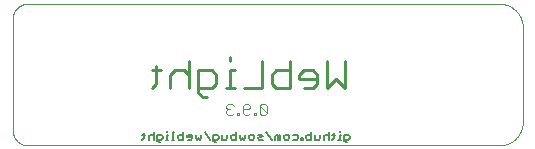
<source format=gbo>
G75*
%MOIN*%
%OFA0B0*%
%FSLAX25Y25*%
%IPPOS*%
%LPD*%
%AMOC8*
5,1,8,0,0,1.08239X$1,22.5*
%
%ADD10C,0.00000*%
%ADD11C,0.01000*%
%ADD12C,0.00600*%
%ADD13C,0.00300*%
D10*
X0011800Y0006800D02*
X0168926Y0006800D01*
X0169116Y0006802D01*
X0169306Y0006809D01*
X0169496Y0006821D01*
X0169686Y0006837D01*
X0169875Y0006857D01*
X0170064Y0006883D01*
X0170252Y0006912D01*
X0170439Y0006947D01*
X0170625Y0006986D01*
X0170810Y0007029D01*
X0170995Y0007077D01*
X0171178Y0007129D01*
X0171359Y0007185D01*
X0171539Y0007246D01*
X0171718Y0007312D01*
X0171895Y0007381D01*
X0172071Y0007455D01*
X0172244Y0007533D01*
X0172416Y0007616D01*
X0172585Y0007702D01*
X0172753Y0007792D01*
X0172918Y0007887D01*
X0173081Y0007985D01*
X0173241Y0008088D01*
X0173399Y0008194D01*
X0173554Y0008304D01*
X0173707Y0008417D01*
X0173857Y0008535D01*
X0174003Y0008656D01*
X0174147Y0008780D01*
X0174288Y0008908D01*
X0174426Y0009039D01*
X0174561Y0009174D01*
X0174692Y0009312D01*
X0174820Y0009453D01*
X0174944Y0009597D01*
X0175065Y0009743D01*
X0175183Y0009893D01*
X0175296Y0010046D01*
X0175406Y0010201D01*
X0175512Y0010359D01*
X0175615Y0010519D01*
X0175713Y0010682D01*
X0175808Y0010847D01*
X0175898Y0011015D01*
X0175984Y0011184D01*
X0176067Y0011356D01*
X0176145Y0011529D01*
X0176219Y0011705D01*
X0176288Y0011882D01*
X0176354Y0012061D01*
X0176415Y0012241D01*
X0176471Y0012422D01*
X0176523Y0012605D01*
X0176571Y0012790D01*
X0176614Y0012975D01*
X0176653Y0013161D01*
X0176688Y0013348D01*
X0176717Y0013536D01*
X0176743Y0013725D01*
X0176763Y0013914D01*
X0176779Y0014104D01*
X0176791Y0014294D01*
X0176798Y0014484D01*
X0176800Y0014674D01*
X0176800Y0046170D01*
X0176798Y0046360D01*
X0176791Y0046550D01*
X0176779Y0046740D01*
X0176763Y0046930D01*
X0176743Y0047119D01*
X0176717Y0047308D01*
X0176688Y0047496D01*
X0176653Y0047683D01*
X0176614Y0047869D01*
X0176571Y0048054D01*
X0176523Y0048239D01*
X0176471Y0048422D01*
X0176415Y0048603D01*
X0176354Y0048783D01*
X0176288Y0048962D01*
X0176219Y0049139D01*
X0176145Y0049315D01*
X0176067Y0049488D01*
X0175984Y0049660D01*
X0175898Y0049829D01*
X0175808Y0049997D01*
X0175713Y0050162D01*
X0175615Y0050325D01*
X0175512Y0050485D01*
X0175406Y0050643D01*
X0175296Y0050798D01*
X0175183Y0050951D01*
X0175065Y0051101D01*
X0174944Y0051247D01*
X0174820Y0051391D01*
X0174692Y0051532D01*
X0174561Y0051670D01*
X0174426Y0051805D01*
X0174288Y0051936D01*
X0174147Y0052064D01*
X0174003Y0052188D01*
X0173857Y0052309D01*
X0173707Y0052427D01*
X0173554Y0052540D01*
X0173399Y0052650D01*
X0173241Y0052756D01*
X0173081Y0052859D01*
X0172918Y0052957D01*
X0172753Y0053052D01*
X0172585Y0053142D01*
X0172416Y0053228D01*
X0172244Y0053311D01*
X0172071Y0053389D01*
X0171895Y0053463D01*
X0171718Y0053532D01*
X0171539Y0053598D01*
X0171359Y0053659D01*
X0171178Y0053715D01*
X0170995Y0053767D01*
X0170810Y0053815D01*
X0170625Y0053858D01*
X0170439Y0053897D01*
X0170252Y0053932D01*
X0170064Y0053961D01*
X0169875Y0053987D01*
X0169686Y0054007D01*
X0169496Y0054023D01*
X0169306Y0054035D01*
X0169116Y0054042D01*
X0168926Y0054044D01*
X0011800Y0054044D01*
X0011660Y0054042D01*
X0011520Y0054036D01*
X0011380Y0054026D01*
X0011240Y0054013D01*
X0011101Y0053995D01*
X0010962Y0053973D01*
X0010825Y0053948D01*
X0010687Y0053919D01*
X0010551Y0053886D01*
X0010416Y0053849D01*
X0010282Y0053808D01*
X0010149Y0053763D01*
X0010017Y0053715D01*
X0009887Y0053663D01*
X0009758Y0053608D01*
X0009631Y0053549D01*
X0009505Y0053486D01*
X0009381Y0053420D01*
X0009260Y0053351D01*
X0009140Y0053278D01*
X0009022Y0053201D01*
X0008907Y0053122D01*
X0008793Y0053039D01*
X0008683Y0052953D01*
X0008574Y0052864D01*
X0008468Y0052772D01*
X0008365Y0052677D01*
X0008264Y0052580D01*
X0008167Y0052479D01*
X0008072Y0052376D01*
X0007980Y0052270D01*
X0007891Y0052161D01*
X0007805Y0052051D01*
X0007722Y0051937D01*
X0007643Y0051822D01*
X0007566Y0051704D01*
X0007493Y0051584D01*
X0007424Y0051463D01*
X0007358Y0051339D01*
X0007295Y0051213D01*
X0007236Y0051086D01*
X0007181Y0050957D01*
X0007129Y0050827D01*
X0007081Y0050695D01*
X0007036Y0050562D01*
X0006995Y0050428D01*
X0006958Y0050293D01*
X0006925Y0050157D01*
X0006896Y0050019D01*
X0006871Y0049882D01*
X0006849Y0049743D01*
X0006831Y0049604D01*
X0006818Y0049464D01*
X0006808Y0049324D01*
X0006802Y0049184D01*
X0006800Y0049044D01*
X0006800Y0011800D01*
X0006802Y0011660D01*
X0006808Y0011520D01*
X0006818Y0011380D01*
X0006831Y0011240D01*
X0006849Y0011101D01*
X0006871Y0010962D01*
X0006896Y0010825D01*
X0006925Y0010687D01*
X0006958Y0010551D01*
X0006995Y0010416D01*
X0007036Y0010282D01*
X0007081Y0010149D01*
X0007129Y0010017D01*
X0007181Y0009887D01*
X0007236Y0009758D01*
X0007295Y0009631D01*
X0007358Y0009505D01*
X0007424Y0009381D01*
X0007493Y0009260D01*
X0007566Y0009140D01*
X0007643Y0009022D01*
X0007722Y0008907D01*
X0007805Y0008793D01*
X0007891Y0008683D01*
X0007980Y0008574D01*
X0008072Y0008468D01*
X0008167Y0008365D01*
X0008264Y0008264D01*
X0008365Y0008167D01*
X0008468Y0008072D01*
X0008574Y0007980D01*
X0008683Y0007891D01*
X0008793Y0007805D01*
X0008907Y0007722D01*
X0009022Y0007643D01*
X0009140Y0007566D01*
X0009260Y0007493D01*
X0009381Y0007424D01*
X0009505Y0007358D01*
X0009631Y0007295D01*
X0009758Y0007236D01*
X0009887Y0007181D01*
X0010017Y0007129D01*
X0010149Y0007081D01*
X0010282Y0007036D01*
X0010416Y0006995D01*
X0010551Y0006958D01*
X0010687Y0006925D01*
X0010825Y0006896D01*
X0010962Y0006871D01*
X0011101Y0006849D01*
X0011240Y0006831D01*
X0011380Y0006818D01*
X0011520Y0006808D01*
X0011660Y0006802D01*
X0011800Y0006800D01*
D11*
X0068587Y0024299D02*
X0068587Y0031805D01*
X0073091Y0031805D01*
X0074592Y0030304D01*
X0074592Y0027301D01*
X0073091Y0025800D01*
X0068587Y0025800D01*
X0065384Y0025800D02*
X0065384Y0034808D01*
X0063883Y0031805D02*
X0060880Y0031805D01*
X0059379Y0030304D01*
X0059379Y0025800D01*
X0054675Y0027301D02*
X0053174Y0025800D01*
X0054675Y0027301D02*
X0054675Y0033306D01*
X0056176Y0031805D02*
X0053174Y0031805D01*
X0063883Y0031805D02*
X0065384Y0030304D01*
X0077728Y0025800D02*
X0080731Y0025800D01*
X0079229Y0025800D02*
X0079229Y0031805D01*
X0080731Y0031805D01*
X0079229Y0034808D02*
X0079229Y0036309D01*
X0089939Y0034808D02*
X0089939Y0025800D01*
X0083933Y0025800D01*
X0093141Y0027301D02*
X0093141Y0030304D01*
X0094643Y0031805D01*
X0099146Y0031805D01*
X0102349Y0030304D02*
X0102349Y0028803D01*
X0108354Y0028803D01*
X0108354Y0030304D02*
X0106853Y0031805D01*
X0103850Y0031805D01*
X0102349Y0030304D01*
X0108354Y0030304D02*
X0108354Y0027301D01*
X0106853Y0025800D01*
X0103850Y0025800D01*
X0099146Y0025800D02*
X0094643Y0025800D01*
X0093141Y0027301D01*
X0099146Y0025800D02*
X0099146Y0034808D01*
X0111557Y0034808D02*
X0111557Y0025800D01*
X0114560Y0028803D01*
X0117562Y0025800D01*
X0117562Y0034808D01*
X0071590Y0022797D02*
X0070088Y0022797D01*
X0068587Y0024299D01*
D12*
X0058275Y0011736D02*
X0058275Y0011302D01*
X0058275Y0010435D02*
X0058275Y0008700D01*
X0057842Y0008700D02*
X0058709Y0008700D01*
X0059806Y0008700D02*
X0060673Y0008700D01*
X0060240Y0008700D02*
X0060240Y0011302D01*
X0060673Y0011302D01*
X0061885Y0010001D02*
X0062319Y0010435D01*
X0063620Y0010435D01*
X0063620Y0011302D02*
X0063620Y0008700D01*
X0062319Y0008700D01*
X0061885Y0009134D01*
X0061885Y0010001D01*
X0058709Y0010435D02*
X0058275Y0010435D01*
X0056745Y0010001D02*
X0056745Y0009134D01*
X0056311Y0008700D01*
X0055010Y0008700D01*
X0055010Y0008266D02*
X0055010Y0010435D01*
X0056311Y0010435D01*
X0056745Y0010001D01*
X0053798Y0010001D02*
X0053364Y0010435D01*
X0052497Y0010435D01*
X0052063Y0010001D01*
X0052063Y0008700D01*
X0050418Y0009134D02*
X0049984Y0008700D01*
X0050418Y0009134D02*
X0050418Y0010869D01*
X0050852Y0010435D02*
X0049984Y0010435D01*
X0053798Y0011302D02*
X0053798Y0008700D01*
X0055010Y0008266D02*
X0055444Y0007833D01*
X0055877Y0007833D01*
X0064832Y0009567D02*
X0066566Y0009567D01*
X0066566Y0009134D02*
X0066566Y0010001D01*
X0066133Y0010435D01*
X0065265Y0010435D01*
X0064832Y0010001D01*
X0064832Y0009567D01*
X0066133Y0008700D02*
X0066566Y0009134D01*
X0066133Y0008700D02*
X0065265Y0008700D01*
X0067778Y0009134D02*
X0068212Y0008700D01*
X0068646Y0009134D01*
X0069079Y0008700D01*
X0069513Y0009134D01*
X0069513Y0010435D01*
X0070725Y0011302D02*
X0072459Y0008700D01*
X0073671Y0008700D02*
X0074972Y0008700D01*
X0075406Y0009134D01*
X0075406Y0010001D01*
X0074972Y0010435D01*
X0073671Y0010435D01*
X0073671Y0008266D01*
X0074105Y0007833D01*
X0074539Y0007833D01*
X0076618Y0008700D02*
X0076618Y0010435D01*
X0078353Y0010435D02*
X0078353Y0009134D01*
X0077919Y0008700D01*
X0076618Y0008700D01*
X0079564Y0009134D02*
X0079564Y0010001D01*
X0079998Y0010435D01*
X0081299Y0010435D01*
X0081299Y0011302D02*
X0081299Y0008700D01*
X0079998Y0008700D01*
X0079564Y0009134D01*
X0082511Y0009134D02*
X0082511Y0010435D01*
X0084246Y0010435D02*
X0084246Y0009134D01*
X0083812Y0008700D01*
X0083378Y0009134D01*
X0082944Y0008700D01*
X0082511Y0009134D01*
X0085457Y0009134D02*
X0085891Y0008700D01*
X0086758Y0008700D01*
X0087192Y0009134D01*
X0087192Y0010001D01*
X0086758Y0010435D01*
X0085891Y0010435D01*
X0085457Y0010001D01*
X0085457Y0009134D01*
X0088404Y0009134D02*
X0088837Y0009567D01*
X0089705Y0009567D01*
X0090139Y0010001D01*
X0089705Y0010435D01*
X0088404Y0010435D01*
X0088404Y0009134D02*
X0088837Y0008700D01*
X0090139Y0008700D01*
X0091350Y0011302D02*
X0093085Y0008700D01*
X0094297Y0008700D02*
X0094297Y0010001D01*
X0094731Y0010435D01*
X0095164Y0010001D01*
X0095164Y0008700D01*
X0096032Y0008700D02*
X0096032Y0010435D01*
X0095598Y0010435D01*
X0095164Y0010001D01*
X0097243Y0010001D02*
X0097243Y0009134D01*
X0097677Y0008700D01*
X0098544Y0008700D01*
X0098978Y0009134D01*
X0098978Y0010001D01*
X0098544Y0010435D01*
X0097677Y0010435D01*
X0097243Y0010001D01*
X0100190Y0010435D02*
X0101491Y0010435D01*
X0101925Y0010001D01*
X0101925Y0009134D01*
X0101491Y0008700D01*
X0100190Y0008700D01*
X0102964Y0008700D02*
X0102964Y0009134D01*
X0103398Y0009134D01*
X0103398Y0008700D01*
X0102964Y0008700D01*
X0104610Y0009134D02*
X0104610Y0010001D01*
X0105043Y0010435D01*
X0106344Y0010435D01*
X0106344Y0011302D02*
X0106344Y0008700D01*
X0105043Y0008700D01*
X0104610Y0009134D01*
X0107556Y0008700D02*
X0107556Y0010435D01*
X0109291Y0010435D02*
X0109291Y0009134D01*
X0108857Y0008700D01*
X0107556Y0008700D01*
X0110503Y0008700D02*
X0110503Y0010001D01*
X0110936Y0010435D01*
X0111804Y0010435D01*
X0112237Y0010001D01*
X0113334Y0010435D02*
X0114202Y0010435D01*
X0113768Y0010869D02*
X0113768Y0009134D01*
X0113334Y0008700D01*
X0112237Y0008700D02*
X0112237Y0011302D01*
X0115732Y0011302D02*
X0115732Y0011736D01*
X0115732Y0010435D02*
X0115732Y0008700D01*
X0115299Y0008700D02*
X0116166Y0008700D01*
X0117378Y0008700D02*
X0118679Y0008700D01*
X0119113Y0009134D01*
X0119113Y0010001D01*
X0118679Y0010435D01*
X0117378Y0010435D01*
X0117378Y0008266D01*
X0117812Y0007833D01*
X0118245Y0007833D01*
X0116166Y0010435D02*
X0115732Y0010435D01*
X0067778Y0010435D02*
X0067778Y0009134D01*
D13*
X0077998Y0017567D02*
X0078615Y0016950D01*
X0079850Y0016950D01*
X0080467Y0017567D01*
X0081691Y0017567D02*
X0081691Y0016950D01*
X0082308Y0016950D01*
X0082308Y0017567D01*
X0081691Y0017567D01*
X0083523Y0017567D02*
X0084140Y0016950D01*
X0085374Y0016950D01*
X0085992Y0017567D01*
X0087216Y0017567D02*
X0087216Y0016950D01*
X0087833Y0016950D01*
X0087833Y0017567D01*
X0087216Y0017567D01*
X0089048Y0017567D02*
X0089665Y0016950D01*
X0090899Y0016950D01*
X0091516Y0017567D01*
X0089048Y0020036D01*
X0089048Y0017567D01*
X0091516Y0017567D02*
X0091516Y0020036D01*
X0090899Y0020653D01*
X0089665Y0020653D01*
X0089048Y0020036D01*
X0085992Y0020036D02*
X0085992Y0019419D01*
X0085374Y0018802D01*
X0083523Y0018802D01*
X0083523Y0020036D02*
X0083523Y0017567D01*
X0079232Y0018802D02*
X0078615Y0018802D01*
X0077998Y0018184D01*
X0077998Y0017567D01*
X0078615Y0018802D02*
X0077998Y0019419D01*
X0077998Y0020036D01*
X0078615Y0020653D01*
X0079850Y0020653D01*
X0080467Y0020036D01*
X0083523Y0020036D02*
X0084140Y0020653D01*
X0085374Y0020653D01*
X0085992Y0020036D01*
M02*

</source>
